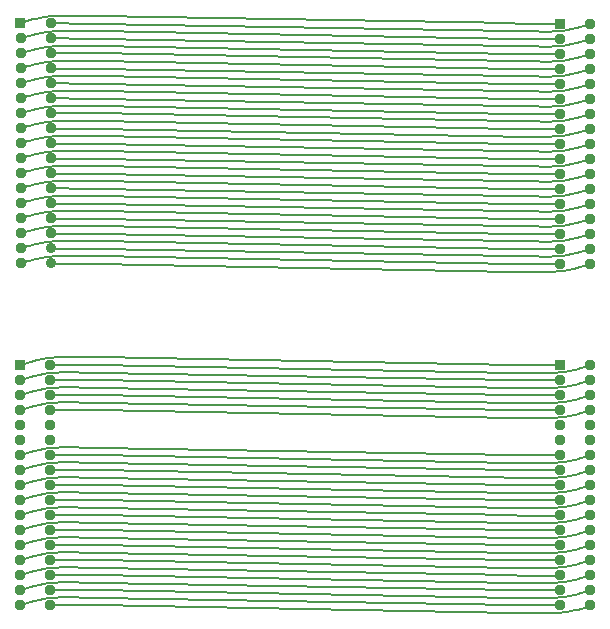
<source format=gbr>
%TF.GenerationSoftware,KiCad,Pcbnew,(6.0.9)*%
%TF.CreationDate,2023-01-22T20:13:33-05:00*%
%TF.ProjectId,Temps_North_DCT_HSK,54656d70-735f-44e6-9f72-74685f444354,rev?*%
%TF.SameCoordinates,Original*%
%TF.FileFunction,Copper,L1,Top*%
%TF.FilePolarity,Positive*%
%FSLAX46Y46*%
G04 Gerber Fmt 4.6, Leading zero omitted, Abs format (unit mm)*
G04 Created by KiCad (PCBNEW (6.0.9)) date 2023-01-22 20:13:33*
%MOMM*%
%LPD*%
G01*
G04 APERTURE LIST*
%TA.AperFunction,ComponentPad*%
%ADD10R,0.940800X0.940800*%
%TD*%
%TA.AperFunction,ComponentPad*%
%ADD11C,0.940800*%
%TD*%
%TA.AperFunction,ComponentPad*%
%ADD12C,0.890000*%
%TD*%
%TA.AperFunction,Conductor*%
%ADD13C,0.127000*%
%TD*%
G04 APERTURE END LIST*
D10*
%TO.P,J2,1,Pin_1*%
%TO.N,/TD2_1*%
X93944440Y-79857600D03*
D11*
%TO.P,J2,2,Pin_2*%
%TO.N,/TD2_2*%
X96504760Y-79857600D03*
%TO.P,J2,3,Pin_3*%
%TO.N,/TD2_3*%
X93954600Y-81127600D03*
%TO.P,J2,4,Pin_4*%
%TO.N,/TD2_4*%
X96494600Y-81127600D03*
%TO.P,J2,5,Pin_5*%
%TO.N,/TD2_5*%
X93954600Y-82397600D03*
%TO.P,J2,6,Pin_6*%
%TO.N,/TD2_6*%
X96494600Y-82397600D03*
%TO.P,J2,7,Pin_7*%
%TO.N,/TD2_7*%
X93954600Y-83667600D03*
%TO.P,J2,8,Pin_8*%
%TO.N,/TD2_8*%
X96494600Y-83667600D03*
%TO.P,J2,9,Pin_9*%
%TO.N,/TD2_9*%
X93954600Y-84937600D03*
%TO.P,J2,10,Pin_10*%
%TO.N,/TD2_10*%
X96494600Y-84937600D03*
%TO.P,J2,11,Pin_11*%
%TO.N,/TD2_11*%
X93954600Y-86207600D03*
%TO.P,J2,12,Pin_12*%
%TO.N,unconnected-(J2-Pad12)*%
X96494600Y-86207600D03*
%TO.P,J2,13,Pin_13*%
%TO.N,/TD2_13*%
X93954600Y-87477600D03*
%TO.P,J2,14,Pin_14*%
%TO.N,/TD2_14*%
X96494600Y-87477600D03*
%TO.P,J2,15,Pin_15*%
%TO.N,/TD2_15*%
X93954600Y-88747600D03*
%TO.P,J2,16,Pin_16*%
%TO.N,/TD2_16*%
X96494600Y-88747600D03*
%TO.P,J2,17,Pin_17*%
%TO.N,/TD2_17*%
X93954600Y-90017600D03*
%TO.P,J2,18,Pin_18*%
%TO.N,/TD2_18*%
X96494600Y-90017600D03*
%TO.P,J2,19,Pin_19*%
%TO.N,/TD2_19*%
X93954600Y-91287600D03*
%TO.P,J2,20,Pin_20*%
%TO.N,/TD2_20*%
X96494600Y-91287600D03*
%TO.P,J2,21,Pin_21*%
%TO.N,/TD2_21*%
X93954600Y-92557600D03*
%TO.P,J2,22,Pin_22*%
%TO.N,/TD2_22*%
X96494600Y-92557600D03*
%TO.P,J2,23,Pin_23*%
%TO.N,/TD2_23*%
X93954600Y-93827600D03*
%TO.P,J2,24,Pin_24*%
%TO.N,/TD2_24*%
X96494600Y-93827600D03*
%TO.P,J2,25,Pin_25*%
%TO.N,/TD2_25*%
X93954600Y-95097600D03*
%TO.P,J2,26,Pin_26*%
%TO.N,/TD2_26*%
X96494600Y-95097600D03*
%TO.P,J2,27,Pin_27*%
%TO.N,/TD2_27*%
X93954600Y-96367600D03*
%TO.P,J2,28,Pin_28*%
%TO.N,/TD2_28*%
X96494600Y-96367600D03*
%TO.P,J2,29,Pin_29*%
%TO.N,/TD2_29*%
X93954600Y-97637600D03*
%TO.P,J2,30,Pin_30*%
%TO.N,/TD2_30*%
X96494600Y-97637600D03*
%TO.P,J2,31,Pin_31*%
%TO.N,/TD2_31*%
X93954600Y-98907600D03*
%TO.P,J2,32,Pin_32*%
%TO.N,/TD2_32*%
X96494600Y-98907600D03*
%TO.P,J2,33,Pin_33*%
%TO.N,/TD2_33*%
X93954600Y-100177600D03*
%TO.P,J2,34,Pin_34*%
%TO.N,/TD2_34*%
X96494600Y-100177600D03*
%TD*%
D10*
%TO.P,J3,1,Pin_1*%
%TO.N,/TD1_1*%
X139664440Y-50952400D03*
D11*
%TO.P,J3,2,Pin_2*%
%TO.N,/TD1_2*%
X142224760Y-50952400D03*
%TO.P,J3,3,Pin_3*%
%TO.N,/TD1_3*%
X139674600Y-52222400D03*
%TO.P,J3,4,Pin_4*%
%TO.N,/TD1_4*%
X142214600Y-52222400D03*
%TO.P,J3,5,Pin_5*%
%TO.N,/TD1_5*%
X139674600Y-53492400D03*
%TO.P,J3,6,Pin_6*%
%TO.N,/TD1_6*%
X142214600Y-53492400D03*
%TO.P,J3,7,Pin_7*%
%TO.N,/TD1_7*%
X139674600Y-54762400D03*
%TO.P,J3,8,Pin_8*%
%TO.N,/TD1_8*%
X142214600Y-54762400D03*
%TO.P,J3,9,Pin_9*%
%TO.N,/TD1_9*%
X139674600Y-56032400D03*
%TO.P,J3,10,Pin_10*%
%TO.N,/TD1_10*%
X142214600Y-56032400D03*
%TO.P,J3,11,Pin_11*%
%TO.N,/TD1_11*%
X139674600Y-57302400D03*
%TO.P,J3,12,Pin_12*%
%TO.N,/TD1_12*%
X142214600Y-57302400D03*
%TO.P,J3,13,Pin_13*%
%TO.N,/TD1_13*%
X139674600Y-58572400D03*
%TO.P,J3,14,Pin_14*%
%TO.N,/TD1_14*%
X142214600Y-58572400D03*
%TO.P,J3,15,Pin_15*%
%TO.N,/TD1_15*%
X139674600Y-59842400D03*
%TO.P,J3,16,Pin_16*%
%TO.N,/TD1_16*%
X142214600Y-59842400D03*
%TO.P,J3,17,Pin_17*%
%TO.N,/TD1_17*%
X139674600Y-61112400D03*
%TO.P,J3,18,Pin_18*%
%TO.N,/TD1_18*%
X142214600Y-61112400D03*
%TO.P,J3,19,Pin_19*%
%TO.N,/TD1_19*%
X139674600Y-62382400D03*
%TO.P,J3,20,Pin_20*%
%TO.N,/TD1_20*%
X142214600Y-62382400D03*
%TO.P,J3,21,Pin_21*%
%TO.N,/TD1_21*%
X139674600Y-63652400D03*
%TO.P,J3,22,Pin_22*%
%TO.N,/TD1_22*%
X142214600Y-63652400D03*
%TO.P,J3,23,Pin_23*%
%TO.N,/TD1_23*%
X139674600Y-64922400D03*
%TO.P,J3,24,Pin_24*%
%TO.N,/TD1_24*%
X142214600Y-64922400D03*
%TO.P,J3,25,Pin_25*%
%TO.N,/TD1_25*%
X139674600Y-66192400D03*
%TO.P,J3,26,Pin_26*%
%TO.N,/TD1_26*%
X142214600Y-66192400D03*
%TO.P,J3,27,Pin_27*%
%TO.N,/TD1_27*%
X139674600Y-67462400D03*
%TO.P,J3,28,Pin_28*%
%TO.N,/TD1_28*%
X142214600Y-67462400D03*
%TO.P,J3,29,Pin_29*%
%TO.N,/TD1_29*%
X139674600Y-68732400D03*
%TO.P,J3,30,Pin_30*%
%TO.N,/TD1_30*%
X142214600Y-68732400D03*
%TO.P,J3,31,Pin_31*%
%TO.N,/TD1_31*%
X139674600Y-70002400D03*
%TO.P,J3,32,Pin_32*%
%TO.N,/TD1_32*%
X142214600Y-70002400D03*
%TO.P,J3,33,Pin_33*%
%TO.N,/TD1_33*%
X139674600Y-71272400D03*
%TO.P,J3,34,Pin_34*%
%TO.N,/TD1_34*%
X142214600Y-71272400D03*
%TD*%
D10*
%TO.P,J4,1,Pin_1*%
%TO.N,/TD2_1*%
X139659840Y-79857600D03*
D11*
%TO.P,J4,2,Pin_2*%
%TO.N,/TD2_2*%
X142220160Y-79857600D03*
%TO.P,J4,3,Pin_3*%
%TO.N,/TD2_3*%
X139670000Y-81127600D03*
%TO.P,J4,4,Pin_4*%
%TO.N,/TD2_4*%
X142210000Y-81127600D03*
%TO.P,J4,5,Pin_5*%
%TO.N,/TD2_5*%
X139670000Y-82397600D03*
%TO.P,J4,6,Pin_6*%
%TO.N,/TD2_6*%
X142210000Y-82397600D03*
%TO.P,J4,7,Pin_7*%
%TO.N,/TD2_7*%
X139670000Y-83667600D03*
%TO.P,J4,8,Pin_8*%
%TO.N,/TD2_8*%
X142210000Y-83667600D03*
%TO.P,J4,9,Pin_9*%
%TO.N,/TD2_10*%
X139670000Y-84937600D03*
%TO.P,J4,10,Pin_10*%
%TO.N,/TD2_9*%
X142210000Y-84937600D03*
%TO.P,J4,11,Pin_11*%
%TO.N,unconnected-(J4-Pad11)*%
X139670000Y-86207600D03*
%TO.P,J4,12,Pin_12*%
%TO.N,/TD2_11*%
X142210000Y-86207600D03*
%TO.P,J4,13,Pin_13*%
%TO.N,/TD2_13*%
X139670000Y-87477600D03*
%TO.P,J4,14,Pin_14*%
%TO.N,/TD2_14*%
X142210000Y-87477600D03*
%TO.P,J4,15,Pin_15*%
%TO.N,/TD2_15*%
X139670000Y-88747600D03*
%TO.P,J4,16,Pin_16*%
%TO.N,/TD2_16*%
X142210000Y-88747600D03*
%TO.P,J4,17,Pin_17*%
%TO.N,/TD2_17*%
X139670000Y-90017600D03*
%TO.P,J4,18,Pin_18*%
%TO.N,/TD2_18*%
X142210000Y-90017600D03*
%TO.P,J4,19,Pin_19*%
%TO.N,/TD2_19*%
X139670000Y-91287600D03*
%TO.P,J4,20,Pin_20*%
%TO.N,/TD2_20*%
X142210000Y-91287600D03*
%TO.P,J4,21,Pin_21*%
%TO.N,/TD2_21*%
X139670000Y-92557600D03*
%TO.P,J4,22,Pin_22*%
%TO.N,/TD2_22*%
X142210000Y-92557600D03*
%TO.P,J4,23,Pin_23*%
%TO.N,/TD2_23*%
X139670000Y-93827600D03*
%TO.P,J4,24,Pin_24*%
%TO.N,/TD2_24*%
X142210000Y-93827600D03*
%TO.P,J4,25,Pin_25*%
%TO.N,/TD2_25*%
X139670000Y-95097600D03*
%TO.P,J4,26,Pin_26*%
%TO.N,/TD2_26*%
X142210000Y-95097600D03*
%TO.P,J4,27,Pin_27*%
%TO.N,/TD2_27*%
X139670000Y-96367600D03*
%TO.P,J4,28,Pin_28*%
%TO.N,/TD2_28*%
X142210000Y-96367600D03*
%TO.P,J4,29,Pin_29*%
%TO.N,/TD2_29*%
X139670000Y-97637600D03*
%TO.P,J4,30,Pin_30*%
%TO.N,/TD2_30*%
X142210000Y-97637600D03*
%TO.P,J4,31,Pin_31*%
%TO.N,/TD2_31*%
X139670000Y-98907600D03*
%TO.P,J4,32,Pin_32*%
%TO.N,/TD2_32*%
X142210000Y-98907600D03*
%TO.P,J4,33,Pin_33*%
%TO.N,/TD2_33*%
X139670000Y-100177600D03*
%TO.P,J4,34,Pin_34*%
%TO.N,/TD2_34*%
X142210000Y-100177600D03*
%TD*%
D10*
%TO.P,J1,1,Pin_1*%
%TO.N,/TD1_1*%
X93969840Y-50901600D03*
D11*
%TO.P,J1,2,Pin_2*%
%TO.N,/TD1_2*%
X96530160Y-50901600D03*
%TO.P,J1,3,Pin_3*%
%TO.N,/TD1_3*%
X93980000Y-52171600D03*
%TO.P,J1,4,Pin_4*%
%TO.N,/TD1_4*%
X96520000Y-52171600D03*
%TO.P,J1,5,Pin_5*%
%TO.N,/TD1_5*%
X93980000Y-53441600D03*
%TO.P,J1,6,Pin_6*%
%TO.N,/TD1_6*%
X96520000Y-53441600D03*
%TO.P,J1,7,Pin_7*%
%TO.N,/TD1_7*%
X93980000Y-54711600D03*
%TO.P,J1,8,Pin_8*%
%TO.N,/TD1_8*%
X96520000Y-54711600D03*
%TO.P,J1,9,Pin_9*%
%TO.N,/TD1_9*%
X93980000Y-55981600D03*
%TO.P,J1,10,Pin_10*%
%TO.N,/TD1_10*%
X96520000Y-55981600D03*
%TO.P,J1,11,Pin_11*%
%TO.N,/TD1_11*%
X93980000Y-57251600D03*
%TO.P,J1,12,Pin_12*%
%TO.N,/TD1_12*%
X96520000Y-57251600D03*
%TO.P,J1,13,Pin_13*%
%TO.N,/TD1_13*%
X93980000Y-58521600D03*
%TO.P,J1,14,Pin_14*%
%TO.N,/TD1_14*%
X96520000Y-58521600D03*
%TO.P,J1,15,Pin_15*%
%TO.N,/TD1_15*%
X93980000Y-59791600D03*
%TO.P,J1,16,Pin_16*%
%TO.N,/TD1_16*%
X96520000Y-59791600D03*
%TO.P,J1,17,Pin_17*%
%TO.N,/TD1_17*%
X93980000Y-61061600D03*
%TO.P,J1,18,Pin_18*%
%TO.N,/TD1_18*%
X96520000Y-61061600D03*
%TO.P,J1,19,Pin_19*%
%TO.N,/TD1_19*%
X93980000Y-62331600D03*
%TO.P,J1,20,Pin_20*%
%TO.N,/TD1_20*%
X96520000Y-62331600D03*
%TO.P,J1,21,Pin_21*%
%TO.N,/TD1_21*%
X93980000Y-63601600D03*
%TO.P,J1,22,Pin_22*%
%TO.N,/TD1_22*%
X96520000Y-63601600D03*
%TO.P,J1,23,Pin_23*%
%TO.N,/TD1_23*%
X93980000Y-64871600D03*
%TO.P,J1,24,Pin_24*%
%TO.N,/TD1_24*%
X96520000Y-64871600D03*
%TO.P,J1,25,Pin_25*%
%TO.N,/TD1_25*%
X93980000Y-66141600D03*
%TO.P,J1,26,Pin_26*%
%TO.N,/TD1_26*%
X96520000Y-66141600D03*
%TO.P,J1,27,Pin_27*%
%TO.N,/TD1_27*%
X93980000Y-67411600D03*
%TO.P,J1,28,Pin_28*%
%TO.N,/TD1_28*%
X96520000Y-67411600D03*
%TO.P,J1,29,Pin_29*%
%TO.N,/TD1_29*%
X93980000Y-68681600D03*
%TO.P,J1,30,Pin_30*%
%TO.N,/TD1_30*%
X96520000Y-68681600D03*
%TO.P,J1,31,Pin_31*%
%TO.N,/TD1_31*%
X93980000Y-69951600D03*
D12*
%TO.P,J1,32,Pin_32*%
%TO.N,/TD1_32*%
X96520000Y-69951600D03*
D11*
%TO.P,J1,33,Pin_33*%
%TO.N,/TD1_33*%
X93980000Y-71221600D03*
D12*
%TO.P,J1,34,Pin_34*%
%TO.N,/TD1_34*%
X96520000Y-71221600D03*
%TD*%
D13*
%TO.N,/TD1_1*%
X95072200Y-50558700D02*
X93980000Y-50876200D01*
X97301812Y-50241200D02*
X97624900Y-50241200D01*
X135794709Y-50903716D02*
X100545662Y-50267554D01*
X138375139Y-50927000D02*
X139665459Y-50927000D01*
X95072200Y-50558699D02*
G75*
G02*
X97301812Y-50241200I2229600J-7669801D01*
G01*
X97624900Y-50241200D02*
G75*
G02*
X100545662Y-50267555I100J-161848900D01*
G01*
X138375139Y-50926999D02*
G75*
G02*
X135794709Y-50903716I161J143020199D01*
G01*
%TO.N,/TD1_2*%
X97820480Y-50901600D02*
X96530160Y-50901600D01*
X138892787Y-51587400D02*
X138569700Y-51587400D01*
X100400909Y-50924884D02*
X135648937Y-51561045D01*
X141122400Y-51269900D02*
X142214600Y-50952400D01*
X97820480Y-50901600D02*
G75*
G02*
X100400909Y-50924884I20J-142995600D01*
G01*
X138892787Y-51587395D02*
G75*
G03*
X141122400Y-51269900I13J7987395D01*
G01*
X138569700Y-51587399D02*
G75*
G02*
X135648937Y-51561044I0J161861099D01*
G01*
%TO.N,/TD1_3*%
X95072200Y-51854100D02*
X93980000Y-52171600D01*
X138369024Y-52197000D02*
X139659344Y-52197000D01*
X135788578Y-52174575D02*
X100545679Y-51561982D01*
X97301812Y-51536600D02*
X97624900Y-51536600D01*
X95072200Y-51854099D02*
G75*
G02*
X97301812Y-51536600I2229600J-7669801D01*
G01*
X138369024Y-52197000D02*
G75*
G02*
X135788578Y-52174575I176J148494200D01*
G01*
X97624900Y-51536600D02*
G75*
G02*
X100545679Y-51561983I100J-168047600D01*
G01*
%TO.N,/TD1_4*%
X97817573Y-52171600D02*
X96527253Y-52171600D01*
X138569700Y-52857400D02*
X138892787Y-52857400D01*
X141122400Y-52539900D02*
X142214600Y-52222400D01*
X135648937Y-52831047D02*
X100398002Y-52194882D01*
X138892787Y-52857395D02*
G75*
G03*
X141122400Y-52539900I13J7987395D01*
G01*
X97817573Y-52171600D02*
G75*
G02*
X100398002Y-52194882I127J-142995600D01*
G01*
X138569700Y-52857399D02*
G75*
G02*
X135648937Y-52831047I100J161885699D01*
G01*
%TO.N,/TD1_5*%
X95072200Y-53124100D02*
X93980000Y-53441600D01*
X138375139Y-53467000D02*
X139665459Y-53467000D01*
X135794693Y-53444578D02*
X100545679Y-52831978D01*
X97301812Y-52806600D02*
X97624900Y-52806600D01*
X138375139Y-53466999D02*
G75*
G02*
X135794693Y-53444578I61J148507499D01*
G01*
X95072200Y-53124099D02*
G75*
G02*
X97301812Y-52806600I2229600J-7669801D01*
G01*
X97624900Y-52806600D02*
G75*
G02*
X100545679Y-52831979I100J-168074100D01*
G01*
%TO.N,/TD1_6*%
X138564604Y-54127400D02*
X138887691Y-54127400D01*
X97820480Y-53416200D02*
X96530160Y-53416200D01*
X141117304Y-53809900D02*
X142209504Y-53492400D01*
X135643859Y-54100065D02*
X100400893Y-53440349D01*
X138887691Y-54127396D02*
G75*
G03*
X141117304Y-53809900I9J7987396D01*
G01*
X138564604Y-54127399D02*
G75*
G02*
X135643859Y-54100064I-4J156056699D01*
G01*
X97820480Y-53416201D02*
G75*
G02*
X100400893Y-53440349I120J-137866799D01*
G01*
%TO.N,/TD1_7*%
X95067180Y-54394100D02*
X93974980Y-54711600D01*
X100540659Y-54101975D02*
X135794693Y-54714581D01*
X97619880Y-54076600D02*
X97296792Y-54076600D01*
X138375139Y-54737000D02*
X139665459Y-54737000D01*
X138375139Y-54737000D02*
G75*
G02*
X135794693Y-54714581I61J148520700D01*
G01*
X97619880Y-54076601D02*
G75*
G02*
X100540659Y-54101976I220J-168087299D01*
G01*
X95067181Y-54394105D02*
G75*
G02*
X97296792Y-54076600I2229619J-7669795D01*
G01*
%TO.N,/TD1_8*%
X97820480Y-54737000D02*
X96530160Y-54737000D01*
X141122400Y-55079900D02*
X142214600Y-54762400D01*
X100400925Y-54759421D02*
X135648920Y-55372020D01*
X138569700Y-55397400D02*
X138892787Y-55397400D01*
X138892787Y-55397395D02*
G75*
G03*
X141122400Y-55079900I13J7987395D01*
G01*
X138569700Y-55397399D02*
G75*
G02*
X135648920Y-55372019I200J168100599D01*
G01*
X97820480Y-54737001D02*
G75*
G02*
X100400925Y-54759421I120J-148494199D01*
G01*
%TO.N,/TD1_9*%
X97624900Y-55346600D02*
X97301812Y-55346600D01*
X138375139Y-56007000D02*
X139665459Y-56007000D01*
X95072200Y-55664100D02*
X93980000Y-55981600D01*
X100545679Y-55371978D02*
X135794693Y-55984578D01*
X97624900Y-55346600D02*
G75*
G02*
X100545679Y-55371979I100J-168074100D01*
G01*
X95072200Y-55664099D02*
G75*
G02*
X97301812Y-55346600I2229600J-7669801D01*
G01*
X138375139Y-56006999D02*
G75*
G02*
X135794693Y-55984578I61J148507499D01*
G01*
%TO.N,/TD1_10*%
X100394794Y-56004880D02*
X135648937Y-56641049D01*
X138569700Y-56667400D02*
X138892787Y-56667400D01*
X97814365Y-55981600D02*
X96524045Y-55981600D01*
X141122400Y-56349900D02*
X142214600Y-56032400D01*
X97814365Y-55981601D02*
G75*
G02*
X100394794Y-56004881I35J-143020199D01*
G01*
X138569700Y-56667399D02*
G75*
G02*
X135648937Y-56641048I0J161885699D01*
G01*
X138892787Y-56667395D02*
G75*
G03*
X141122400Y-56349900I13J7987395D01*
G01*
%TO.N,/TD1_11*%
X95067104Y-56934100D02*
X93974904Y-57251600D01*
X97619804Y-56616600D02*
X97296716Y-56616600D01*
X138369024Y-57302400D02*
X139659344Y-57302400D01*
X100540566Y-56642954D02*
X135788594Y-57279115D01*
X138369024Y-57302400D02*
G75*
G02*
X135788594Y-57279114I176J143007900D01*
G01*
X95067103Y-56934098D02*
G75*
G02*
X97296716Y-56616600I2229597J-7669802D01*
G01*
X97619804Y-56616600D02*
G75*
G02*
X100540566Y-56642955I96J-161848900D01*
G01*
%TO.N,/TD1_12*%
X97814365Y-57251600D02*
X96524045Y-57251600D01*
X141122400Y-57619900D02*
X142214600Y-57302400D01*
X138892787Y-57937400D02*
X138569700Y-57937400D01*
X100394794Y-57274880D02*
X135648937Y-57911049D01*
X97814365Y-57251601D02*
G75*
G02*
X100394794Y-57274881I35J-143020199D01*
G01*
X138892787Y-57937395D02*
G75*
G03*
X141122400Y-57619900I13J7987395D01*
G01*
X138569700Y-57937399D02*
G75*
G02*
X135648937Y-57911048I0J161885699D01*
G01*
%TO.N,/TD1_13*%
X95072200Y-58204100D02*
X93980000Y-58521600D01*
X100545679Y-57911978D02*
X135794693Y-58524578D01*
X97301812Y-57886600D02*
X97624900Y-57886600D01*
X138375139Y-58547000D02*
X139665459Y-58547000D01*
X138375139Y-58546999D02*
G75*
G02*
X135794693Y-58524578I61J148507499D01*
G01*
X95072200Y-58204099D02*
G75*
G02*
X97301812Y-57886600I2229600J-7669801D01*
G01*
X97624900Y-57886600D02*
G75*
G02*
X100545679Y-57911979I100J-168074100D01*
G01*
%TO.N,/TD1_14*%
X138892787Y-59207400D02*
X138569700Y-59207400D01*
X141122400Y-58889900D02*
X142214600Y-58572400D01*
X97814365Y-58496200D02*
X96524045Y-58496200D01*
X135648955Y-59180073D02*
X100394779Y-58520342D01*
X138892787Y-59207395D02*
G75*
G03*
X141122400Y-58889900I13J7987395D01*
G01*
X97814365Y-58496201D02*
G75*
G02*
X100394779Y-58520343I135J-137901299D01*
G01*
X138569700Y-59207399D02*
G75*
G02*
X135648955Y-59180072I0J156102299D01*
G01*
%TO.N,/TD1_15*%
X95067104Y-59474100D02*
X93974904Y-59791600D01*
X138375139Y-59817000D02*
X139665459Y-59817000D01*
X97296716Y-59156600D02*
X97619804Y-59156600D01*
X135794693Y-59794581D02*
X100540583Y-59181975D01*
X97619804Y-59156600D02*
G75*
G02*
X100540583Y-59181975I196J-168087300D01*
G01*
X138375139Y-59817000D02*
G75*
G02*
X135794693Y-59794581I61J148520700D01*
G01*
X95067103Y-59474098D02*
G75*
G02*
X97296716Y-59156600I2229597J-7669802D01*
G01*
%TO.N,/TD1_16*%
X137147300Y-60477400D02*
X137121900Y-60477400D01*
X137121901Y-60477179D02*
X100400925Y-59839406D01*
X97820480Y-59817000D02*
X96530160Y-59817000D01*
X141122400Y-60159900D02*
X142214600Y-59842400D01*
X137121900Y-60477400D02*
X137109200Y-60477400D01*
X137147300Y-60477400D02*
X138892787Y-60477400D01*
X137147300Y-60477400D02*
G75*
G02*
X137121901Y-60477179I200J1479700D01*
G01*
X138892787Y-60477395D02*
G75*
G03*
X141122400Y-60159900I13J7987395D01*
G01*
X137121901Y-60477200D02*
G75*
G02*
X137121900Y-60477400I-1J-100D01*
G01*
X97820480Y-59817000D02*
G75*
G02*
X100400925Y-59839406I120J-148587000D01*
G01*
%TO.N,/TD1_17*%
X138375139Y-61087000D02*
X139665459Y-61087000D01*
X97296716Y-60426600D02*
X97619804Y-60426600D01*
X135794693Y-61064581D02*
X100540583Y-60451975D01*
X95067104Y-60744100D02*
X93974904Y-61061600D01*
X138375139Y-61087000D02*
G75*
G02*
X135794693Y-61064581I61J148520700D01*
G01*
X97619804Y-60426600D02*
G75*
G02*
X100540583Y-60451975I196J-168087300D01*
G01*
X95067103Y-60744098D02*
G75*
G02*
X97296716Y-60426600I2229597J-7669802D01*
G01*
%TO.N,/TD1_18*%
X97814365Y-61087000D02*
X96524045Y-61087000D01*
X138569700Y-61747400D02*
X138892787Y-61747400D01*
X135648920Y-61722024D02*
X100394810Y-61109418D01*
X141122400Y-61429900D02*
X142214600Y-61112400D01*
X97814365Y-61087000D02*
G75*
G02*
X100394810Y-61109418I135J-148507500D01*
G01*
X138892787Y-61747395D02*
G75*
G03*
X141122400Y-61429900I13J7987395D01*
G01*
X138569700Y-61747399D02*
G75*
G02*
X135648920Y-61722023I200J168127099D01*
G01*
%TO.N,/TD1_19*%
X100540583Y-61721979D02*
X135788578Y-62334578D01*
X97619804Y-61696600D02*
X97296716Y-61696600D01*
X95067104Y-62014100D02*
X93974904Y-62331600D01*
X138369024Y-62357000D02*
X139659344Y-62357000D01*
X97619804Y-61696600D02*
G75*
G02*
X100540583Y-61721979I196J-168060800D01*
G01*
X138369024Y-62356999D02*
G75*
G02*
X135788578Y-62334577I76J148507499D01*
G01*
X95067103Y-62014098D02*
G75*
G02*
X97296716Y-61696600I2229597J-7669802D01*
G01*
%TO.N,/TD1_20*%
X97814365Y-62357000D02*
X96524045Y-62357000D01*
X141122400Y-62699900D02*
X142214600Y-62382400D01*
X135648920Y-62992024D02*
X100394810Y-62379418D01*
X138569700Y-63017400D02*
X138892787Y-63017400D01*
X138569700Y-63017399D02*
G75*
G02*
X135648920Y-62992023I200J168127099D01*
G01*
X97814365Y-62357000D02*
G75*
G02*
X100394810Y-62379418I135J-148507500D01*
G01*
X138892787Y-63017395D02*
G75*
G03*
X141122400Y-62699900I13J7987395D01*
G01*
%TO.N,/TD1_21*%
X97619804Y-62966600D02*
X97296716Y-62966600D01*
X138375139Y-63677800D02*
X139665459Y-63677800D01*
X95067104Y-63284100D02*
X93974904Y-63601600D01*
X135794724Y-63653657D02*
X100540548Y-62993926D01*
X97619804Y-62966600D02*
G75*
G02*
X100540548Y-62993927I96J-156091100D01*
G01*
X95067103Y-63284098D02*
G75*
G02*
X97296716Y-62966600I2229597J-7669802D01*
G01*
X138375139Y-63677800D02*
G75*
G02*
X135794724Y-63653656I61J137912700D01*
G01*
%TO.N,/TD1_22*%
X141117304Y-63969900D02*
X142209504Y-63652400D01*
X97814365Y-63627000D02*
X96524045Y-63627000D01*
X100394810Y-63649421D02*
X135643824Y-64262021D01*
X138887691Y-64287400D02*
X138564604Y-64287400D01*
X138564604Y-64287399D02*
G75*
G02*
X135643824Y-64262021I-4J168087299D01*
G01*
X97814365Y-63627000D02*
G75*
G02*
X100394810Y-63649422I35J-148494200D01*
G01*
X138887691Y-64287396D02*
G75*
G03*
X141117304Y-63969900I9J7987396D01*
G01*
%TO.N,/TD1_23*%
X138375139Y-64922400D02*
X139665459Y-64922400D01*
X97619804Y-64236600D02*
X97296716Y-64236600D01*
X95067104Y-64554100D02*
X93974904Y-64871600D01*
X100540566Y-64262950D02*
X135794709Y-64899119D01*
X95067103Y-64554098D02*
G75*
G02*
X97296716Y-64236600I2229597J-7669802D01*
G01*
X97619804Y-64236600D02*
G75*
G02*
X100540566Y-64262951I96J-161873400D01*
G01*
X138375139Y-64922400D02*
G75*
G02*
X135794709Y-64899119I161J143032500D01*
G01*
%TO.N,/TD1_24*%
X141122400Y-65239900D02*
X142214600Y-64922400D01*
X135648937Y-65531044D02*
X100400909Y-64894884D01*
X97820480Y-64871600D02*
X96530160Y-64871600D01*
X138892787Y-65557400D02*
X138569700Y-65557400D01*
X97820480Y-64871600D02*
G75*
G02*
X100400909Y-64894884I20J-142995600D01*
G01*
X138569700Y-65557400D02*
G75*
G02*
X135648937Y-65531044I200J161873400D01*
G01*
X138892787Y-65557395D02*
G75*
G03*
X141122400Y-65239900I13J7987395D01*
G01*
%TO.N,/TD1_25*%
X138375139Y-66192400D02*
X139665459Y-66192400D01*
X135794709Y-66169119D02*
X100540566Y-65532950D01*
X97296716Y-65506600D02*
X97619804Y-65506600D01*
X95067104Y-65824100D02*
X93974904Y-66141600D01*
X95067103Y-65824098D02*
G75*
G02*
X97296716Y-65506600I2229597J-7669802D01*
G01*
X138375139Y-66192400D02*
G75*
G02*
X135794709Y-66169119I161J143032500D01*
G01*
X97619804Y-65506600D02*
G75*
G02*
X100540566Y-65532951I96J-161873400D01*
G01*
%TO.N,/TD1_26*%
X135643824Y-66802021D02*
X100394810Y-66189421D01*
X138564604Y-66827400D02*
X138887691Y-66827400D01*
X97814365Y-66167000D02*
X96524045Y-66167000D01*
X141117304Y-66509900D02*
X142209504Y-66192400D01*
X138564604Y-66827399D02*
G75*
G02*
X135643824Y-66802021I-4J168087299D01*
G01*
X138887691Y-66827396D02*
G75*
G03*
X141117304Y-66509900I9J7987396D01*
G01*
X97814365Y-66167000D02*
G75*
G02*
X100394810Y-66189422I35J-148494200D01*
G01*
%TO.N,/TD1_27*%
X135788578Y-67414578D02*
X100540583Y-66801979D01*
X138369024Y-67437000D02*
X139659344Y-67437000D01*
X95067104Y-67094100D02*
X93974904Y-67411600D01*
X97296716Y-66776600D02*
X97619804Y-66776600D01*
X97619804Y-66776600D02*
G75*
G02*
X100540583Y-66801979I196J-168060800D01*
G01*
X138369024Y-67436999D02*
G75*
G02*
X135788578Y-67414577I76J148507499D01*
G01*
X95067103Y-67094098D02*
G75*
G02*
X97296716Y-66776600I2229597J-7669802D01*
G01*
%TO.N,/TD1_28*%
X141122324Y-67779900D02*
X142214524Y-67462400D01*
X100394810Y-67459418D02*
X135648844Y-68072024D01*
X138892711Y-68097400D02*
X138569624Y-68097400D01*
X97814365Y-67437000D02*
X96524045Y-67437000D01*
X138892711Y-68097401D02*
G75*
G03*
X141122324Y-67779899I-11J7987401D01*
G01*
X138569624Y-68097399D02*
G75*
G02*
X135648844Y-68072023I176J168127099D01*
G01*
X97814365Y-67437000D02*
G75*
G02*
X100394810Y-67459418I135J-148507500D01*
G01*
%TO.N,/TD1_29*%
X95072200Y-68364100D02*
X93980000Y-68681600D01*
X97301812Y-68046600D02*
X97624900Y-68046600D01*
X138369024Y-68757800D02*
X139659344Y-68757800D01*
X135788610Y-68733650D02*
X100545644Y-68073934D01*
X138369024Y-68757799D02*
G75*
G02*
X135788610Y-68733649I76J137878299D01*
G01*
X97624900Y-68046600D02*
G75*
G02*
X100545644Y-68073935I100J-156045500D01*
G01*
X95072200Y-68364099D02*
G75*
G02*
X97301812Y-68046600I2229600J-7669801D01*
G01*
%TO.N,/TD1_30*%
X97814365Y-68707000D02*
X96524045Y-68707000D01*
X138564604Y-69367400D02*
X138887691Y-69367400D01*
X100394810Y-68729421D02*
X135643824Y-69342021D01*
X141117304Y-69049900D02*
X142209504Y-68732400D01*
X138564604Y-69367399D02*
G75*
G02*
X135643824Y-69342021I-4J168087299D01*
G01*
X138887691Y-69367396D02*
G75*
G03*
X141117304Y-69049900I9J7987396D01*
G01*
X97814365Y-68707000D02*
G75*
G02*
X100394810Y-68729422I35J-148494200D01*
G01*
%TO.N,/TD1_31*%
X100540566Y-69342952D02*
X135791501Y-69979117D01*
X97619804Y-69316600D02*
X97296716Y-69316600D01*
X138371931Y-70002400D02*
X139662251Y-70002400D01*
X95067104Y-69634100D02*
X93974904Y-69951600D01*
X138371931Y-70002400D02*
G75*
G02*
X135791501Y-69979116I69J143007900D01*
G01*
X95067103Y-69634098D02*
G75*
G02*
X97296716Y-69316600I2229597J-7669802D01*
G01*
X97619804Y-69316600D02*
G75*
G02*
X100540566Y-69342953I-4J-161873400D01*
G01*
%TO.N,/TD1_32*%
X100400925Y-69999424D02*
X135643824Y-70612017D01*
X141117304Y-70319900D02*
X142209504Y-70002400D01*
X138564604Y-70637400D02*
X138887691Y-70637400D01*
X97820480Y-69977000D02*
X96530160Y-69977000D01*
X138564604Y-70637399D02*
G75*
G02*
X135643824Y-70612017I-4J168060799D01*
G01*
X97820480Y-69977000D02*
G75*
G02*
X100400925Y-69999424I20J-148481000D01*
G01*
X138887691Y-70637396D02*
G75*
G03*
X141117304Y-70319900I9J7987396D01*
G01*
%TO.N,/TD1_33*%
X135788594Y-71249115D02*
X100540566Y-70612954D01*
X97619804Y-70586600D02*
X97296716Y-70586600D01*
X138369024Y-71272400D02*
X139659344Y-71272400D01*
X95067104Y-70904100D02*
X93974904Y-71221600D01*
X95067103Y-70904098D02*
G75*
G02*
X97296716Y-70586600I2229597J-7669802D01*
G01*
X97619804Y-70586600D02*
G75*
G02*
X100540566Y-70612955I96J-161848900D01*
G01*
X138369024Y-71272400D02*
G75*
G02*
X135788594Y-71249114I176J143007900D01*
G01*
%TO.N,/TD1_34*%
X138564604Y-71932800D02*
X138887691Y-71932800D01*
X97814365Y-71247000D02*
X96524045Y-71247000D01*
X141117304Y-71615300D02*
X142209504Y-71297800D01*
X135643841Y-71906445D02*
X100394794Y-71270283D01*
X138887691Y-71932796D02*
G75*
G03*
X141117304Y-71615300I9J7987396D01*
G01*
X97814365Y-71247001D02*
G75*
G02*
X100394794Y-71270283I235J-142983399D01*
G01*
X138564604Y-71932799D02*
G75*
G02*
X135643841Y-71906445I-4J161861099D01*
G01*
%TO.N,/TD2_1*%
X97357708Y-79146400D02*
X97680796Y-79146400D01*
X138431035Y-79832200D02*
X139721355Y-79832200D01*
X95128096Y-79463900D02*
X94035896Y-79781400D01*
X100601558Y-79172754D02*
X135850605Y-79808916D01*
X138431035Y-79832199D02*
G75*
G02*
X135850605Y-79808916I165J143020199D01*
G01*
X97680796Y-79146400D02*
G75*
G02*
X100601558Y-79172755I104J-161848900D01*
G01*
X95128096Y-79463900D02*
G75*
G02*
X97357708Y-79146400I2229604J-7669800D01*
G01*
%TO.N,/TD2_2*%
X97876376Y-79806800D02*
X96586056Y-79806800D01*
X141178296Y-80175100D02*
X142270496Y-79857600D01*
X138625596Y-80492600D02*
X138948683Y-80492600D01*
X135704833Y-80466244D02*
X100456805Y-79830084D01*
X138948683Y-80492594D02*
G75*
G03*
X141178296Y-80175100I17J7987394D01*
G01*
X138625596Y-80492600D02*
G75*
G02*
X135704833Y-80466244I204J161873400D01*
G01*
X97876376Y-79806800D02*
G75*
G02*
X100456805Y-79830084I24J-142995600D01*
G01*
%TO.N,/TD2_3*%
X100601575Y-80467182D02*
X135844474Y-81079775D01*
X97357708Y-80441800D02*
X97680796Y-80441800D01*
X95128096Y-80759300D02*
X94035896Y-81076800D01*
X138424920Y-81102200D02*
X139715240Y-81102200D01*
X95128096Y-80759300D02*
G75*
G02*
X97357708Y-80441800I2229604J-7669800D01*
G01*
X97680796Y-80441800D02*
G75*
G02*
X100601575Y-80467183I104J-168047600D01*
G01*
X138424920Y-81102200D02*
G75*
G02*
X135844474Y-81079774I180J148494200D01*
G01*
%TO.N,/TD2_4*%
X138948683Y-81762600D02*
X138625596Y-81762600D01*
X100453898Y-81100082D02*
X135704833Y-81736247D01*
X97873469Y-81076800D02*
X96583149Y-81076800D01*
X141178296Y-81445100D02*
X142270496Y-81127600D01*
X138625596Y-81762599D02*
G75*
G02*
X135704833Y-81736247I104J161885699D01*
G01*
X97873469Y-81076800D02*
G75*
G02*
X100453898Y-81100082I131J-142995600D01*
G01*
X138948683Y-81762594D02*
G75*
G03*
X141178296Y-81445100I17J7987394D01*
G01*
%TO.N,/TD2_5*%
X95128096Y-82029300D02*
X94035896Y-82346800D01*
X138431035Y-82372200D02*
X139721355Y-82372200D01*
X97680796Y-81711800D02*
X97357708Y-81711800D01*
X135850589Y-82349778D02*
X100601575Y-81737178D01*
X95128096Y-82029300D02*
G75*
G02*
X97357708Y-81711800I2229604J-7669800D01*
G01*
X138431035Y-82372199D02*
G75*
G02*
X135850589Y-82349777I65J148507499D01*
G01*
X97680796Y-81711800D02*
G75*
G02*
X100601575Y-81737179I104J-168074100D01*
G01*
%TO.N,/TD2_6*%
X138620500Y-83032600D02*
X138943587Y-83032600D01*
X97876376Y-82321400D02*
X96586056Y-82321400D01*
X141173200Y-82715100D02*
X142265400Y-82397600D01*
X135699755Y-83005265D02*
X100456789Y-82345549D01*
X138620500Y-83032599D02*
G75*
G02*
X135699755Y-83005264I0J156056699D01*
G01*
X97876376Y-82321401D02*
G75*
G02*
X100456789Y-82345549I124J-137866799D01*
G01*
X138943587Y-83032595D02*
G75*
G03*
X141173200Y-82715100I13J7987395D01*
G01*
%TO.N,/TD2_7*%
X138431035Y-83642200D02*
X139721355Y-83642200D01*
X135850589Y-83619781D02*
X100596555Y-83007175D01*
X95123076Y-83299300D02*
X94030876Y-83616800D01*
X97675776Y-82981800D02*
X97352688Y-82981800D01*
X95123078Y-83299306D02*
G75*
G02*
X97352688Y-82981800I2229622J-7669794D01*
G01*
X97675776Y-82981801D02*
G75*
G02*
X100596555Y-83007176I224J-168087299D01*
G01*
X138431035Y-83642200D02*
G75*
G02*
X135850589Y-83619780I65J148520700D01*
G01*
%TO.N,/TD2_8*%
X97876376Y-83642200D02*
X96586056Y-83642200D01*
X138625596Y-84302600D02*
X138948683Y-84302600D01*
X135704816Y-84277220D02*
X100456821Y-83664621D01*
X141178296Y-83985100D02*
X142270496Y-83667600D01*
X138625596Y-84302600D02*
G75*
G02*
X135704816Y-84277220I204J168100600D01*
G01*
X138948683Y-84302594D02*
G75*
G03*
X141178296Y-83985100I17J7987394D01*
G01*
X97876376Y-83642201D02*
G75*
G02*
X100456821Y-83664621I124J-148494199D01*
G01*
%TO.N,/TD2_13*%
X138431035Y-87452200D02*
X139721355Y-87452200D01*
X97680796Y-86791800D02*
X97357708Y-86791800D01*
X95128096Y-87109300D02*
X94035896Y-87426800D01*
X100601575Y-86817178D02*
X135850589Y-87429778D01*
X97680796Y-86791800D02*
G75*
G02*
X100601575Y-86817179I104J-168074100D01*
G01*
X138431035Y-87452199D02*
G75*
G02*
X135850589Y-87429777I65J148507499D01*
G01*
X95128096Y-87109300D02*
G75*
G02*
X97357708Y-86791800I2229604J-7669800D01*
G01*
%TO.N,/TD2_14*%
X135704851Y-88085273D02*
X100450675Y-87425542D01*
X97870261Y-87401400D02*
X96579941Y-87401400D01*
X138948683Y-88112600D02*
X138625596Y-88112600D01*
X141178296Y-87795100D02*
X142270496Y-87477600D01*
X97870261Y-87401401D02*
G75*
G02*
X100450675Y-87425543I139J-137901299D01*
G01*
X138948683Y-88112594D02*
G75*
G03*
X141178296Y-87795100I17J7987394D01*
G01*
X138625596Y-88112599D02*
G75*
G02*
X135704851Y-88085272I4J156102299D01*
G01*
%TO.N,/TD2_15*%
X138431035Y-88722200D02*
X139721355Y-88722200D01*
X100596479Y-88087175D02*
X135850589Y-88699781D01*
X97675700Y-88061800D02*
X97352612Y-88061800D01*
X95123000Y-88379300D02*
X94030800Y-88696800D01*
X95123000Y-88379299D02*
G75*
G02*
X97352612Y-88061800I2229600J-7669801D01*
G01*
X97675700Y-88061801D02*
G75*
G02*
X100596479Y-88087176I200J-168087299D01*
G01*
X138431035Y-88722200D02*
G75*
G02*
X135850589Y-88699780I65J148520700D01*
G01*
%TO.N,/TD2_16*%
X141178296Y-89065100D02*
X142270496Y-88747600D01*
X137177796Y-89382600D02*
X137165096Y-89382600D01*
X138948683Y-89382600D02*
X137203196Y-89382600D01*
X97876376Y-88722200D02*
X96586056Y-88722200D01*
X137203196Y-89382600D02*
X137177796Y-89382600D01*
X137177797Y-89382379D02*
X100456821Y-88744606D01*
X138948683Y-89382594D02*
G75*
G03*
X141178296Y-89065100I17J7987394D01*
G01*
X137203196Y-89382600D02*
G75*
G02*
X137177797Y-89382378I204J1479700D01*
G01*
X137177798Y-89382400D02*
G75*
G02*
X137177796Y-89382600I2J-100D01*
G01*
X97876376Y-88722200D02*
G75*
G02*
X100456821Y-88744606I124J-148587000D01*
G01*
%TO.N,/TD2_17*%
X135850589Y-89969781D02*
X100596479Y-89357175D01*
X138431035Y-89992200D02*
X139721355Y-89992200D01*
X95123000Y-89649300D02*
X94030800Y-89966800D01*
X97675700Y-89331800D02*
X97352612Y-89331800D01*
X138431035Y-89992200D02*
G75*
G02*
X135850589Y-89969780I65J148520700D01*
G01*
X97675700Y-89331801D02*
G75*
G02*
X100596479Y-89357176I200J-168087299D01*
G01*
X95123000Y-89649299D02*
G75*
G02*
X97352612Y-89331800I2229600J-7669801D01*
G01*
%TO.N,/TD2_18*%
X135704816Y-90627224D02*
X100450706Y-90014618D01*
X138948683Y-90652600D02*
X138625596Y-90652600D01*
X97870261Y-89992200D02*
X96579941Y-89992200D01*
X141178296Y-90335100D02*
X142270496Y-90017600D01*
X138948683Y-90652594D02*
G75*
G03*
X141178296Y-90335100I17J7987394D01*
G01*
X97870261Y-89992201D02*
G75*
G02*
X100450706Y-90014619I139J-148507499D01*
G01*
X138625596Y-90652600D02*
G75*
G02*
X135704816Y-90627224I204J168127100D01*
G01*
%TO.N,/TD2_19*%
X100596479Y-90627179D02*
X135844474Y-91239778D01*
X95123000Y-90919300D02*
X94030800Y-91236800D01*
X97675700Y-90601800D02*
X97352612Y-90601800D01*
X138424920Y-91262200D02*
X139715240Y-91262200D01*
X95123000Y-90919299D02*
G75*
G02*
X97352612Y-90601800I2229600J-7669801D01*
G01*
X138424920Y-91262199D02*
G75*
G02*
X135844474Y-91239777I80J148507499D01*
G01*
X97675700Y-90601801D02*
G75*
G02*
X100596479Y-90627180I200J-168060799D01*
G01*
%TO.N,/TD2_20*%
X97870261Y-91262200D02*
X96579941Y-91262200D01*
X141178296Y-91605100D02*
X142270496Y-91287600D01*
X135704816Y-91897224D02*
X100450706Y-91284618D01*
X138948683Y-91922600D02*
X138625596Y-91922600D01*
X138625596Y-91922600D02*
G75*
G02*
X135704816Y-91897224I204J168127100D01*
G01*
X138948683Y-91922594D02*
G75*
G03*
X141178296Y-91605100I17J7987394D01*
G01*
X97870261Y-91262201D02*
G75*
G02*
X100450706Y-91284619I139J-148507499D01*
G01*
%TO.N,/TD2_21*%
X97352612Y-91871800D02*
X97675700Y-91871800D01*
X138431035Y-92583000D02*
X139721355Y-92583000D01*
X135850620Y-92558857D02*
X100596444Y-91899126D01*
X95123000Y-92189300D02*
X94030800Y-92506800D01*
X97675700Y-91871800D02*
G75*
G02*
X100596444Y-91899127I100J-156091100D01*
G01*
X95123000Y-92189299D02*
G75*
G02*
X97352612Y-91871800I2229600J-7669801D01*
G01*
X138431035Y-92583000D02*
G75*
G02*
X135850620Y-92558856I65J137912700D01*
G01*
%TO.N,/TD2_22*%
X97870261Y-92532200D02*
X96579941Y-92532200D01*
X138943587Y-93192600D02*
X138620500Y-93192600D01*
X141173200Y-92875100D02*
X142265400Y-92557600D01*
X135699720Y-93167221D02*
X100450706Y-92554621D01*
X97870261Y-92532200D02*
G75*
G02*
X100450706Y-92554622I39J-148494200D01*
G01*
X138620500Y-93192599D02*
G75*
G02*
X135699720Y-93167221I0J168087299D01*
G01*
X138943587Y-93192595D02*
G75*
G03*
X141173200Y-92875100I13J7987395D01*
G01*
%TO.N,/TD2_23*%
X135850605Y-93804319D02*
X100596462Y-93168150D01*
X97675700Y-93141800D02*
X97352612Y-93141800D01*
X95123000Y-93459300D02*
X94030800Y-93776800D01*
X138431035Y-93827600D02*
X139721355Y-93827600D01*
X138431035Y-93827600D02*
G75*
G02*
X135850605Y-93804319I165J143032500D01*
G01*
X95123000Y-93459299D02*
G75*
G02*
X97352612Y-93141800I2229600J-7669801D01*
G01*
X97675700Y-93141800D02*
G75*
G02*
X100596462Y-93168151I100J-161873400D01*
G01*
%TO.N,/TD2_24*%
X138625596Y-94462600D02*
X138948683Y-94462600D01*
X97876376Y-93776800D02*
X96586056Y-93776800D01*
X135704833Y-94436244D02*
X100456805Y-93800084D01*
X141178296Y-94145100D02*
X142270496Y-93827600D01*
X97876376Y-93776800D02*
G75*
G02*
X100456805Y-93800084I24J-142995600D01*
G01*
X138948683Y-94462594D02*
G75*
G03*
X141178296Y-94145100I17J7987394D01*
G01*
X138625596Y-94462600D02*
G75*
G02*
X135704833Y-94436244I204J161873400D01*
G01*
%TO.N,/TD2_25*%
X138431035Y-95097600D02*
X139721355Y-95097600D01*
X100596462Y-94438150D02*
X135850605Y-95074319D01*
X97675700Y-94411800D02*
X97352612Y-94411800D01*
X95123000Y-94729300D02*
X94030800Y-95046800D01*
X97675700Y-94411800D02*
G75*
G02*
X100596462Y-94438151I100J-161873400D01*
G01*
X138431035Y-95097600D02*
G75*
G02*
X135850605Y-95074319I165J143032500D01*
G01*
X95123000Y-94729299D02*
G75*
G02*
X97352612Y-94411800I2229600J-7669801D01*
G01*
%TO.N,/TD2_26*%
X141173200Y-95415100D02*
X142265400Y-95097600D01*
X97870261Y-95072200D02*
X96579941Y-95072200D01*
X138620500Y-95732600D02*
X138943587Y-95732600D01*
X135699720Y-95707221D02*
X100450706Y-95094621D01*
X138943587Y-95732595D02*
G75*
G03*
X141173200Y-95415100I13J7987395D01*
G01*
X97870261Y-95072200D02*
G75*
G02*
X100450706Y-95094622I39J-148494200D01*
G01*
X138620500Y-95732599D02*
G75*
G02*
X135699720Y-95707221I0J168087299D01*
G01*
%TO.N,/TD2_27*%
X97675700Y-95681800D02*
X97352612Y-95681800D01*
X100596479Y-95707179D02*
X135844474Y-96319778D01*
X95123000Y-95999300D02*
X94030800Y-96316800D01*
X138424920Y-96342200D02*
X139715240Y-96342200D01*
X138424920Y-96342199D02*
G75*
G02*
X135844474Y-96319777I80J148507499D01*
G01*
X95123000Y-95999299D02*
G75*
G02*
X97352612Y-95681800I2229600J-7669801D01*
G01*
X97675700Y-95681801D02*
G75*
G02*
X100596479Y-95707180I200J-168060799D01*
G01*
%TO.N,/TD2_28*%
X97870261Y-96342200D02*
X96579941Y-96342200D01*
X100450706Y-96364618D02*
X135704740Y-96977224D01*
X138625520Y-97002600D02*
X138948607Y-97002600D01*
X141178220Y-96685100D02*
X142270420Y-96367600D01*
X138625520Y-97002599D02*
G75*
G02*
X135704740Y-96977223I180J168127099D01*
G01*
X97870261Y-96342201D02*
G75*
G02*
X100450706Y-96364619I139J-148507499D01*
G01*
X138948607Y-97002600D02*
G75*
G03*
X141178220Y-96685099I-7J7987400D01*
G01*
%TO.N,/TD2_29*%
X138424920Y-97663000D02*
X139715240Y-97663000D01*
X97680796Y-96951800D02*
X97357708Y-96951800D01*
X100601540Y-96979134D02*
X135844506Y-97638850D01*
X95128096Y-97269300D02*
X94035896Y-97586800D01*
X97680796Y-96951800D02*
G75*
G02*
X100601540Y-96979135I104J-156045500D01*
G01*
X95128096Y-97269300D02*
G75*
G02*
X97357708Y-96951800I2229604J-7669800D01*
G01*
X138424920Y-97663000D02*
G75*
G02*
X135844506Y-97638850I80J137878300D01*
G01*
%TO.N,/TD2_30*%
X141173200Y-97955100D02*
X142265400Y-97637600D01*
X135699720Y-98247221D02*
X100450706Y-97634621D01*
X97870261Y-97612200D02*
X96579941Y-97612200D01*
X138620500Y-98272600D02*
X138943587Y-98272600D01*
X97870261Y-97612200D02*
G75*
G02*
X100450706Y-97634622I39J-148494200D01*
G01*
X138620500Y-98272599D02*
G75*
G02*
X135699720Y-98247221I0J168087299D01*
G01*
X138943587Y-98272595D02*
G75*
G03*
X141173200Y-97955100I13J7987395D01*
G01*
%TO.N,/TD2_31*%
X138427827Y-98907600D02*
X139718147Y-98907600D01*
X135847397Y-98884317D02*
X100596462Y-98248152D01*
X97352612Y-98221800D02*
X97675700Y-98221800D01*
X95123000Y-98539300D02*
X94030800Y-98856800D01*
X97675700Y-98221800D02*
G75*
G02*
X100596462Y-98248153I0J-161873400D01*
G01*
X95123000Y-98539299D02*
G75*
G02*
X97352612Y-98221800I2229600J-7669801D01*
G01*
X138427827Y-98907600D02*
G75*
G02*
X135847397Y-98884316I73J143007900D01*
G01*
%TO.N,/TD2_32*%
X100456821Y-98904624D02*
X135699720Y-99517217D01*
X97876376Y-98882200D02*
X96586056Y-98882200D01*
X141173200Y-99225100D02*
X142265400Y-98907600D01*
X138943587Y-99542600D02*
X138620500Y-99542600D01*
X138943587Y-99542595D02*
G75*
G03*
X141173200Y-99225100I13J7987395D01*
G01*
X97876376Y-98882201D02*
G75*
G02*
X100456821Y-98904625I24J-148480999D01*
G01*
X138620500Y-99542599D02*
G75*
G02*
X135699720Y-99517217I0J168060799D01*
G01*
%TO.N,/TD2_33*%
X97352612Y-99491800D02*
X97675700Y-99491800D01*
X135844490Y-100154315D02*
X100596462Y-99518154D01*
X95123000Y-99809300D02*
X94030800Y-100126800D01*
X138424920Y-100177600D02*
X139715240Y-100177600D01*
X95123000Y-99809299D02*
G75*
G02*
X97352612Y-99491800I2229600J-7669801D01*
G01*
X97675700Y-99491800D02*
G75*
G02*
X100596462Y-99518155I100J-161848900D01*
G01*
X138424920Y-100177600D02*
G75*
G02*
X135844490Y-100154314I180J143007900D01*
G01*
%TO.N,/TD2_34*%
X141173200Y-100520500D02*
X142265400Y-100203000D01*
X97870261Y-100152200D02*
X96579941Y-100152200D01*
X100450690Y-100175483D02*
X135699737Y-100811645D01*
X138943587Y-100838000D02*
X138620500Y-100838000D01*
X97870261Y-100152201D02*
G75*
G02*
X100450690Y-100175483I239J-142983399D01*
G01*
X138620500Y-100837999D02*
G75*
G02*
X135699737Y-100811644I0J161861099D01*
G01*
X138943587Y-100837995D02*
G75*
G03*
X141173200Y-100520500I13J7987395D01*
G01*
%TD*%
M02*

</source>
